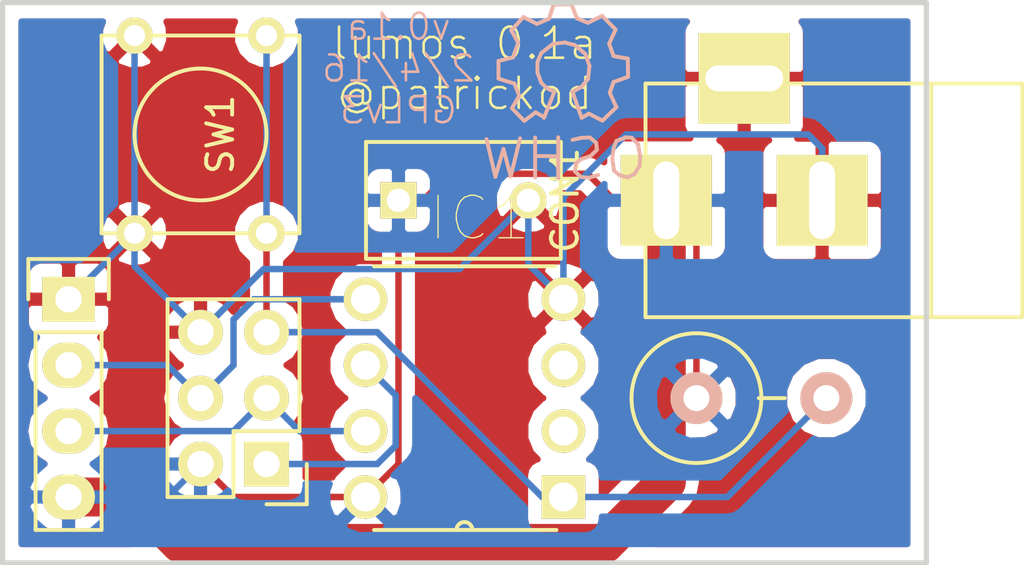
<source format=kicad_pcb>
(kicad_pcb (version 4) (host pcbnew 4.0.1-stable)

  (general
    (links 21)
    (no_connects 0)
    (area 134.893076 89.78348 175.368021 117.3018)
    (thickness 1.6002)
    (drawings 6)
    (tracks 58)
    (zones 0)
    (modules 8)
    (nets 9)
  )

  (page A4)
  (layers
    (0 Top signal)
    (31 Bottom signal)
    (34 B.Paste user)
    (35 F.Paste user)
    (36 B.SilkS user)
    (37 F.SilkS user)
    (38 B.Mask user)
    (39 F.Mask user)
    (44 Edge.Cuts user)
  )

  (setup
    (last_trace_width 0.1524)
    (user_trace_width 1.5)
    (trace_clearance 0.1524)
    (zone_clearance 0.508)
    (zone_45_only no)
    (trace_min 0.1524)
    (segment_width 0.2)
    (edge_width 0.2)
    (via_size 0.6858)
    (via_drill 0.3302)
    (via_min_size 0.6858)
    (via_min_drill 0.3302)
    (uvia_size 0.762)
    (uvia_drill 0.508)
    (uvias_allowed no)
    (uvia_min_size 0)
    (uvia_min_drill 0)
    (pcb_text_width 0.3)
    (pcb_text_size 1.5 1.5)
    (mod_edge_width 0.15)
    (mod_text_size 1 1)
    (mod_text_width 0.15)
    (pad_size 1.5 1.5)
    (pad_drill 0.6)
    (pad_to_mask_clearance 0)
    (aux_axis_origin 0 0)
    (visible_elements FFFFFF7F)
    (pcbplotparams
      (layerselection 0x010f0_80000001)
      (usegerberextensions true)
      (excludeedgelayer true)
      (linewidth 0.100000)
      (plotframeref false)
      (viasonmask false)
      (mode 1)
      (useauxorigin false)
      (hpglpennumber 1)
      (hpglpenspeed 20)
      (hpglpendiameter 15)
      (hpglpenoverlay 2)
      (psnegative false)
      (psa4output false)
      (plotreference true)
      (plotvalue true)
      (plotinvisibletext false)
      (padsonsilk false)
      (subtractmaskfromsilk false)
      (outputformat 1)
      (mirror false)
      (drillshape 0)
      (scaleselection 1)
      (outputdirectory ""))
  )

  (net 0 "")
  (net 1 +5V)
  (net 2 GND)
  (net 3 /RST)
  (net 4 /CLK1)
  (net 5 /CLK0)
  (net 6 /MOSI)
  (net 7 /MISO)
  (net 8 /SCK)

  (net_class Default "This is the default net class."
    (clearance 0.1524)
    (trace_width 0.1524)
    (via_dia 0.6858)
    (via_drill 0.3302)
    (uvia_dia 0.762)
    (uvia_drill 0.508)
    (add_net +5V)
    (add_net /CLK0)
    (add_net /CLK1)
    (add_net /MISO)
    (add_net /MOSI)
    (add_net /RST)
    (add_net /SCK)
    (add_net GND)
  )

  (module Capacitors_ThroughHole:C_Disc_D7.5_P5 (layer Top) (tedit 56B42419) (tstamp 56B4177E)
    (at 151.13 100.33)
    (descr "Capacitor 7.5mm Disc, Pitch 5mm")
    (tags Capacitor)
    (path /56AEEAD5)
    (fp_text reference C1 (at 2.5 -3.5) (layer F.SilkS) hide
      (effects (font (size 1 1) (thickness 0.15)))
    )
    (fp_text value 0.1uf (at 2.5 3.5) (layer F.Fab)
      (effects (font (size 1 1) (thickness 0.15)))
    )
    (fp_line (start -1.5 -2.5) (end 6.5 -2.5) (layer F.CrtYd) (width 0.05))
    (fp_line (start 6.5 -2.5) (end 6.5 2.5) (layer F.CrtYd) (width 0.05))
    (fp_line (start 6.5 2.5) (end -1.5 2.5) (layer F.CrtYd) (width 0.05))
    (fp_line (start -1.5 2.5) (end -1.5 -2.5) (layer F.CrtYd) (width 0.05))
    (fp_line (start -1.25 -2.25) (end 6.25 -2.25) (layer F.SilkS) (width 0.15))
    (fp_line (start 6.25 -2.25) (end 6.25 2.25) (layer F.SilkS) (width 0.15))
    (fp_line (start 6.25 2.25) (end -1.25 2.25) (layer F.SilkS) (width 0.15))
    (fp_line (start -1.25 2.25) (end -1.25 -2.25) (layer F.SilkS) (width 0.15))
    (pad 1 thru_hole rect (at 0 0) (size 1.4 1.4) (drill 0.9) (layers *.Cu *.Mask F.SilkS)
      (net 1 +5V))
    (pad 2 thru_hole circle (at 5 0) (size 1.4 1.4) (drill 0.9) (layers *.Cu *.Mask F.SilkS)
      (net 2 GND))
    (model Capacitors_ThroughHole.3dshapes/C_Disc_D7.5_P5.wrl
      (at (xyz 0.0984252 0 0))
      (scale (xyz 1 1 1))
      (rotate (xyz 0 0 0))
    )
  )

  (module MCU-ATTINY85-20PU_DIP8_:DIP254P762X533-8 (layer Top) (tedit 56B423D5) (tstamp 56B417B6)
    (at 149.86 104.14 180)
    (path /56AEE431)
    (solder_mask_margin 0.1)
    (fp_text reference IC1 (at -4.3942 3.1242 180) (layer F.SilkS)
      (effects (font (size 1.64 1.64) (thickness 0.05)))
    )
    (fp_text value ATTINY85-P (at -2.0574 -11.8364 180) (layer F.SilkS) hide
      (effects (font (size 1.64 1.64) (thickness 0.05)))
    )
    (fp_line (start -7.2898 1.27) (end -0.3302 1.27) (layer F.SilkS) (width 0.1524))
    (fp_line (start -0.3302 -8.89) (end -3.5052 -8.89) (layer F.SilkS) (width 0.1524))
    (fp_line (start -3.5052 -8.89) (end -4.1148 -8.89) (layer F.SilkS) (width 0.1524))
    (fp_line (start -4.1148 -8.89) (end -7.35 -8.89) (layer F.SilkS) (width 0.1524))
    (fp_arc (start -3.81 -8.89) (end -4.1148 -8.89) (angle -180) (layer F.SilkS) (width 0.1524))
    (fp_line (start -7.366 -7.0612) (end -7.366 -8.1788) (layer Dwgs.User) (width 0))
    (fp_line (start -7.366 -8.1788) (end -8.1788 -8.1788) (layer Dwgs.User) (width 0))
    (fp_line (start -8.1788 -8.1788) (end -8.1788 -7.0612) (layer Dwgs.User) (width 0))
    (fp_line (start -8.1788 -7.0612) (end -7.366 -7.0612) (layer Dwgs.User) (width 0))
    (fp_line (start -7.366 -4.5212) (end -7.366 -5.6388) (layer Dwgs.User) (width 0))
    (fp_line (start -7.366 -5.6388) (end -8.1788 -5.6388) (layer Dwgs.User) (width 0))
    (fp_line (start -8.1788 -5.6388) (end -8.1788 -4.5212) (layer Dwgs.User) (width 0))
    (fp_line (start -8.1788 -4.5212) (end -7.366 -4.5212) (layer Dwgs.User) (width 0))
    (fp_line (start -7.366 -1.9812) (end -7.366 -3.0988) (layer Dwgs.User) (width 0))
    (fp_line (start -7.366 -3.0988) (end -8.1788 -3.0988) (layer Dwgs.User) (width 0))
    (fp_line (start -8.1788 -3.0988) (end -8.1788 -1.9812) (layer Dwgs.User) (width 0))
    (fp_line (start -8.1788 -1.9812) (end -7.366 -1.9812) (layer Dwgs.User) (width 0))
    (fp_line (start -7.366 0.5588) (end -7.366 -0.5588) (layer Dwgs.User) (width 0))
    (fp_line (start -7.366 -0.5588) (end -8.1788 -0.5588) (layer Dwgs.User) (width 0))
    (fp_line (start -8.1788 -0.5588) (end -8.1788 0.5588) (layer Dwgs.User) (width 0))
    (fp_line (start -8.1788 0.5588) (end -7.366 0.5588) (layer Dwgs.User) (width 0))
    (fp_line (start -0.254 -0.5588) (end -0.254 0.5588) (layer Dwgs.User) (width 0))
    (fp_line (start -0.254 0.5588) (end 0.5588 0.5588) (layer Dwgs.User) (width 0))
    (fp_line (start 0.5588 0.5588) (end 0.5588 -0.5588) (layer Dwgs.User) (width 0))
    (fp_line (start 0.5588 -0.5588) (end -0.254 -0.5588) (layer Dwgs.User) (width 0))
    (fp_line (start -0.254 -3.0988) (end -0.254 -1.9812) (layer Dwgs.User) (width 0))
    (fp_line (start -0.254 -1.9812) (end 0.5588 -1.9812) (layer Dwgs.User) (width 0))
    (fp_line (start 0.5588 -1.9812) (end 0.5588 -3.0988) (layer Dwgs.User) (width 0))
    (fp_line (start 0.5588 -3.0988) (end -0.254 -3.0988) (layer Dwgs.User) (width 0))
    (fp_line (start -0.254 -5.6388) (end -0.254 -4.5212) (layer Dwgs.User) (width 0))
    (fp_line (start -0.254 -4.5212) (end 0.5588 -4.5212) (layer Dwgs.User) (width 0))
    (fp_line (start 0.5588 -4.5212) (end 0.5588 -5.6388) (layer Dwgs.User) (width 0))
    (fp_line (start 0.5588 -5.6388) (end -0.254 -5.6388) (layer Dwgs.User) (width 0))
    (fp_line (start -0.254 -8.1788) (end -0.254 -7.0612) (layer Dwgs.User) (width 0))
    (fp_line (start -0.254 -7.0612) (end 0.5588 -7.0612) (layer Dwgs.User) (width 0))
    (fp_line (start 0.5588 -7.0612) (end 0.5588 -8.1788) (layer Dwgs.User) (width 0))
    (fp_line (start 0.5588 -8.1788) (end -0.254 -8.1788) (layer Dwgs.User) (width 0))
    (fp_line (start -7.366 1.27) (end -0.254 1.27) (layer Dwgs.User) (width 0))
    (fp_line (start -0.254 1.27) (end -0.254 -8.89) (layer Dwgs.User) (width 0))
    (fp_line (start -0.254 -8.89) (end -3.5052 -8.89) (layer Dwgs.User) (width 0))
    (fp_line (start -3.5052 -8.89) (end -4.1148 -8.89) (layer Dwgs.User) (width 0))
    (fp_line (start -4.1148 -8.89) (end -7.366 -8.89) (layer Dwgs.User) (width 0))
    (fp_line (start -7.366 -8.89) (end -7.366 1.27) (layer Dwgs.User) (width 0))
    (fp_arc (start -3.81 -8.89) (end -4.1148 -8.89) (angle -180) (layer Dwgs.User) (width 0))
    (pad 1 thru_hole rect (at -7.62 -7.62 180) (size 1.6764 1.6764) (drill 1.1176) (layers *.Cu *.Mask F.SilkS)
      (net 3 /RST) (solder_mask_margin 0.2))
    (pad 2 thru_hole circle (at -7.62 -5.08 180) (size 1.6764 1.6764) (drill 1.1176) (layers *.Cu *.Mask F.SilkS)
      (net 4 /CLK1) (solder_mask_margin 0.2))
    (pad 3 thru_hole circle (at -7.62 -2.54 180) (size 1.6764 1.6764) (drill 1.1176) (layers *.Cu *.Mask F.SilkS)
      (net 5 /CLK0) (solder_mask_margin 0.2))
    (pad 4 thru_hole circle (at -7.62 0 180) (size 1.6764 1.6764) (drill 1.1176) (layers *.Cu *.Mask F.SilkS)
      (net 2 GND) (solder_mask_margin 0.2))
    (pad 5 thru_hole circle (at 0 0 180) (size 1.6764 1.6764) (drill 1.1176) (layers *.Cu *.Mask F.SilkS)
      (net 6 /MOSI) (solder_mask_margin 0.2))
    (pad 6 thru_hole circle (at 0 -2.54 180) (size 1.6764 1.6764) (drill 1.1176) (layers *.Cu *.Mask F.SilkS)
      (net 7 /MISO) (solder_mask_margin 0.2))
    (pad 7 thru_hole circle (at 0 -5.08 180) (size 1.6764 1.6764) (drill 1.1176) (layers *.Cu *.Mask F.SilkS)
      (net 8 /SCK) (solder_mask_margin 0.2))
    (pad 8 thru_hole circle (at 0 -7.62 180) (size 1.6764 1.6764) (drill 1.1176) (layers *.Cu *.Mask F.SilkS)
      (net 1 +5V) (solder_mask_margin 0.2))
  )

  (module Pin_Headers:Pin_Header_Straight_1x04 (layer Top) (tedit 56B42613) (tstamp 56B417BE)
    (at 138.43 104.14)
    (descr "Through hole pin header")
    (tags "pin header")
    (path /56AEE4DF)
    (fp_text reference P1 (at 0 -5.1) (layer F.SilkS) hide
      (effects (font (size 1 1) (thickness 0.15)))
    )
    (fp_text value LDP8806 (at 0 -3.1) (layer F.Fab) hide
      (effects (font (size 1 1) (thickness 0.15)))
    )
    (fp_line (start -1.75 -1.75) (end -1.75 9.4) (layer F.CrtYd) (width 0.05))
    (fp_line (start 1.75 -1.75) (end 1.75 9.4) (layer F.CrtYd) (width 0.05))
    (fp_line (start -1.75 -1.75) (end 1.75 -1.75) (layer F.CrtYd) (width 0.05))
    (fp_line (start -1.75 9.4) (end 1.75 9.4) (layer F.CrtYd) (width 0.05))
    (fp_line (start -1.27 1.27) (end -1.27 8.89) (layer F.SilkS) (width 0.15))
    (fp_line (start 1.27 1.27) (end 1.27 8.89) (layer F.SilkS) (width 0.15))
    (fp_line (start 1.55 -1.55) (end 1.55 0) (layer F.SilkS) (width 0.15))
    (fp_line (start -1.27 8.89) (end 1.27 8.89) (layer F.SilkS) (width 0.15))
    (fp_line (start 1.27 1.27) (end -1.27 1.27) (layer F.SilkS) (width 0.15))
    (fp_line (start -1.55 0) (end -1.55 -1.55) (layer F.SilkS) (width 0.15))
    (fp_line (start -1.55 -1.55) (end 1.55 -1.55) (layer F.SilkS) (width 0.15))
    (pad 1 thru_hole rect (at 0 0) (size 2.032 1.7272) (drill 1.016) (layers *.Cu *.Mask F.SilkS)
      (net 2 GND))
    (pad 2 thru_hole oval (at 0 2.54) (size 2.032 1.7272) (drill 1.016) (layers *.Cu *.Mask F.SilkS)
      (net 6 /MOSI))
    (pad 3 thru_hole oval (at 0 5.08) (size 2.032 1.7272) (drill 1.016) (layers *.Cu *.Mask F.SilkS)
      (net 8 /SCK))
    (pad 4 thru_hole oval (at 0 7.62) (size 2.032 1.7272) (drill 1.016) (layers *.Cu *.Mask F.SilkS)
      (net 1 +5V))
    (model Pin_Headers.3dshapes/Pin_Header_Straight_1x04.wrl
      (at (xyz 0 -0.15 0))
      (scale (xyz 1 1 1))
      (rotate (xyz 0 0 90))
    )
  )

  (module Pin_Headers:Pin_Header_Straight_2x03 (layer Top) (tedit 56B4386F) (tstamp 56B417C8)
    (at 146.05 110.49 180)
    (descr "Through hole pin header")
    (tags "pin header")
    (path /56AEE496)
    (fp_text reference P2 (at 0 -5.1 180) (layer F.SilkS) hide
      (effects (font (size 1 1) (thickness 0.15)))
    )
    (fp_text value SPI (at 0 -3.1 180) (layer F.Fab) hide
      (effects (font (size 1 1) (thickness 0.15)))
    )
    (fp_line (start -1.27 1.27) (end -1.27 6.35) (layer F.SilkS) (width 0.15))
    (fp_line (start -1.55 -1.55) (end 0 -1.55) (layer F.SilkS) (width 0.15))
    (fp_line (start -1.75 -1.75) (end -1.75 6.85) (layer F.CrtYd) (width 0.05))
    (fp_line (start 4.3 -1.75) (end 4.3 6.85) (layer F.CrtYd) (width 0.05))
    (fp_line (start -1.75 -1.75) (end 4.3 -1.75) (layer F.CrtYd) (width 0.05))
    (fp_line (start -1.75 6.85) (end 4.3 6.85) (layer F.CrtYd) (width 0.05))
    (fp_line (start 1.27 -1.27) (end 1.27 1.27) (layer F.SilkS) (width 0.15))
    (fp_line (start 1.27 1.27) (end -1.27 1.27) (layer F.SilkS) (width 0.15))
    (fp_line (start -1.27 6.35) (end 3.81 6.35) (layer F.SilkS) (width 0.15))
    (fp_line (start 3.81 6.35) (end 3.81 1.27) (layer F.SilkS) (width 0.15))
    (fp_line (start -1.55 -1.55) (end -1.55 0) (layer F.SilkS) (width 0.15))
    (fp_line (start 3.81 -1.27) (end 1.27 -1.27) (layer F.SilkS) (width 0.15))
    (fp_line (start 3.81 1.27) (end 3.81 -1.27) (layer F.SilkS) (width 0.15))
    (pad 1 thru_hole rect (at 0 0 180) (size 1.7272 1.7272) (drill 1.016) (layers *.Cu *.Mask F.SilkS)
      (net 7 /MISO))
    (pad 2 thru_hole oval (at 2.54 0 180) (size 1.7272 1.7272) (drill 1.016) (layers *.Cu *.Mask F.SilkS)
      (net 1 +5V))
    (pad 3 thru_hole oval (at 0 2.54 180) (size 1.7272 1.7272) (drill 1.016) (layers *.Cu *.Mask F.SilkS)
      (net 8 /SCK))
    (pad 4 thru_hole oval (at 2.54 2.54 180) (size 1.7272 1.7272) (drill 1.016) (layers *.Cu *.Mask F.SilkS)
      (net 6 /MOSI))
    (pad 5 thru_hole oval (at 0 5.08 180) (size 1.7272 1.7272) (drill 1.016) (layers *.Cu *.Mask F.SilkS)
      (net 3 /RST))
    (pad 6 thru_hole oval (at 2.54 5.08 180) (size 1.7272 1.7272) (drill 1.016) (layers *.Cu *.Mask F.SilkS)
      (net 2 GND))
    (model Pin_Headers.3dshapes/Pin_Header_Straight_2x03.wrl
      (at (xyz 0.05 -0.1 0))
      (scale (xyz 1 1 1))
      (rotate (xyz 0 0 90))
    )
  )

  (module Resistors_ThroughHole:Resistor_Vertical_RM5mm (layer Top) (tedit 56B4260E) (tstamp 56B417CE)
    (at 165.1 107.95)
    (descr "Resistor, Vertical, RM 5mm, 1/3W,")
    (tags "Resistor, Vertical, RM 5mm, 1/3W,")
    (path /56AEEF7F)
    (fp_text reference R1 (at 2.70002 -3.29946) (layer F.SilkS) hide
      (effects (font (size 1 1) (thickness 0.15)))
    )
    (fp_text value 10k (at 0 4.50088) (layer F.Fab)
      (effects (font (size 1 1) (thickness 0.15)))
    )
    (fp_line (start -0.09906 0) (end 0.9017 0) (layer F.SilkS) (width 0.15))
    (fp_circle (center -2.49936 0) (end 0 0) (layer F.SilkS) (width 0.15))
    (pad 1 thru_hole circle (at -2.49936 0) (size 1.99898 1.99898) (drill 1.00076) (layers *.Cu *.SilkS *.Mask)
      (net 1 +5V))
    (pad 2 thru_hole circle (at 2.5019 0) (size 1.99898 1.99898) (drill 1.00076) (layers *.Cu *.SilkS *.Mask)
      (net 3 /RST))
  )

  (module Buttons_Switches_ThroughHole:SW_PUSH_SMALL (layer Top) (tedit 0) (tstamp 56B417D6)
    (at 143.51 97.79 270)
    (path /56AEEEF1)
    (fp_text reference SW1 (at 0 -0.762 270) (layer F.SilkS)
      (effects (font (size 1 1) (thickness 0.15)))
    )
    (fp_text value SW_PUSH (at 0 1.016 450) (layer F.Fab)
      (effects (font (size 1 1) (thickness 0.15)))
    )
    (fp_circle (center 0 0) (end 0 -2.54) (layer F.SilkS) (width 0.15))
    (fp_line (start -3.81 -3.81) (end 3.81 -3.81) (layer F.SilkS) (width 0.15))
    (fp_line (start 3.81 -3.81) (end 3.81 3.81) (layer F.SilkS) (width 0.15))
    (fp_line (start 3.81 3.81) (end -3.81 3.81) (layer F.SilkS) (width 0.15))
    (fp_line (start -3.81 -3.81) (end -3.81 3.81) (layer F.SilkS) (width 0.15))
    (pad 1 thru_hole circle (at 3.81 -2.54 270) (size 1.397 1.397) (drill 0.8128) (layers *.Cu *.Mask F.SilkS)
      (net 3 /RST))
    (pad 2 thru_hole circle (at 3.81 2.54 270) (size 1.397 1.397) (drill 0.8128) (layers *.Cu *.Mask F.SilkS)
      (net 2 GND))
    (pad 1 thru_hole circle (at -3.81 -2.54 270) (size 1.397 1.397) (drill 0.8128) (layers *.Cu *.Mask F.SilkS)
      (net 3 /RST))
    (pad 2 thru_hole circle (at -3.81 2.54 270) (size 1.397 1.397) (drill 0.8128) (layers *.Cu *.Mask F.SilkS)
      (net 2 GND))
  )

  (module Connect:BARREL_JACK (layer Top) (tedit 56B42630) (tstamp 56B41EF1)
    (at 167.64 100.33 180)
    (descr "DC Barrel Jack")
    (tags "Power Jack")
    (path /56B423CF)
    (fp_text reference CON1 (at 10.09904 0 270) (layer F.SilkS)
      (effects (font (size 1 1) (thickness 0.15)))
    )
    (fp_text value BARREL_JACK (at 0 -5.99948 180) (layer F.Fab) hide
      (effects (font (size 1 1) (thickness 0.15)))
    )
    (fp_line (start -4.0005 -4.50088) (end -4.0005 4.50088) (layer F.SilkS) (width 0.15))
    (fp_line (start -7.50062 -4.50088) (end -7.50062 4.50088) (layer F.SilkS) (width 0.15))
    (fp_line (start -7.50062 4.50088) (end 7.00024 4.50088) (layer F.SilkS) (width 0.15))
    (fp_line (start 7.00024 4.50088) (end 7.00024 -4.50088) (layer F.SilkS) (width 0.15))
    (fp_line (start 7.00024 -4.50088) (end -7.50062 -4.50088) (layer F.SilkS) (width 0.15))
    (pad 1 thru_hole rect (at 6.20014 0 180) (size 3.50012 3.50012) (drill oval 1.00076 2.99974) (layers *.Cu *.Mask F.SilkS)
      (net 1 +5V))
    (pad 2 thru_hole rect (at 0.20066 0 180) (size 3.50012 3.50012) (drill oval 1.00076 2.99974) (layers *.Cu *.Mask F.SilkS)
      (net 2 GND))
    (pad 3 thru_hole rect (at 3.2004 4.699 180) (size 3.50012 3.50012) (drill oval 2.99974 1.00076) (layers *.Cu *.Mask F.SilkS)
      (net 2 GND))
  )

  (module Symbols:Symbol_OSHW-Logo_SilkScreen locked (layer Bottom) (tedit 56B441E8) (tstamp 56B44236)
    (at 157.48 95.25 180)
    (descr "Symbol, OSHW-Logo, Silk Screen,")
    (tags "Symbol, OSHW-Logo, Silk Screen,")
    (fp_text reference REF** (at 0.09906 4.38912 180) (layer B.SilkS) hide
      (effects (font (size 1 1) (thickness 0.15)) (justify mirror))
    )
    (fp_text value Symbol_OSHW-Logo_SilkScreen (at 0.30988 -6.56082 180) (layer B.Fab)
      (effects (font (size 1 1) (thickness 0.15)) (justify mirror))
    )
    (fp_line (start 1.66878 -2.68986) (end 2.02946 -4.16052) (layer B.SilkS) (width 0.15))
    (fp_line (start 2.02946 -4.16052) (end 2.30886 -3.0988) (layer B.SilkS) (width 0.15))
    (fp_line (start 2.30886 -3.0988) (end 2.61874 -4.17068) (layer B.SilkS) (width 0.15))
    (fp_line (start 2.61874 -4.17068) (end 2.9591 -2.72034) (layer B.SilkS) (width 0.15))
    (fp_line (start 0.24892 -3.38074) (end 1.03886 -3.37058) (layer B.SilkS) (width 0.15))
    (fp_line (start 1.03886 -3.37058) (end 1.04902 -3.38074) (layer B.SilkS) (width 0.15))
    (fp_line (start 1.04902 -3.38074) (end 1.04902 -3.37058) (layer B.SilkS) (width 0.15))
    (fp_line (start 1.08966 -2.65938) (end 1.08966 -4.20116) (layer B.SilkS) (width 0.15))
    (fp_line (start 0.20066 -2.64922) (end 0.20066 -4.21894) (layer B.SilkS) (width 0.15))
    (fp_line (start 0.20066 -4.21894) (end 0.21082 -4.20878) (layer B.SilkS) (width 0.15))
    (fp_line (start -0.35052 -2.75082) (end -0.70104 -2.66954) (layer B.SilkS) (width 0.15))
    (fp_line (start -0.70104 -2.66954) (end -1.02108 -2.65938) (layer B.SilkS) (width 0.15))
    (fp_line (start -1.02108 -2.65938) (end -1.25984 -2.86004) (layer B.SilkS) (width 0.15))
    (fp_line (start -1.25984 -2.86004) (end -1.29032 -3.12928) (layer B.SilkS) (width 0.15))
    (fp_line (start -1.29032 -3.12928) (end -1.04902 -3.37058) (layer B.SilkS) (width 0.15))
    (fp_line (start -1.04902 -3.37058) (end -0.6604 -3.50012) (layer B.SilkS) (width 0.15))
    (fp_line (start -0.6604 -3.50012) (end -0.48006 -3.66014) (layer B.SilkS) (width 0.15))
    (fp_line (start -0.48006 -3.66014) (end -0.43942 -3.95986) (layer B.SilkS) (width 0.15))
    (fp_line (start -0.43942 -3.95986) (end -0.67056 -4.18084) (layer B.SilkS) (width 0.15))
    (fp_line (start -0.67056 -4.18084) (end -0.9906 -4.20878) (layer B.SilkS) (width 0.15))
    (fp_line (start -0.9906 -4.20878) (end -1.34112 -4.09956) (layer B.SilkS) (width 0.15))
    (fp_line (start -2.37998 -2.64922) (end -2.6289 -2.66954) (layer B.SilkS) (width 0.15))
    (fp_line (start -2.6289 -2.66954) (end -2.8702 -2.91084) (layer B.SilkS) (width 0.15))
    (fp_line (start -2.8702 -2.91084) (end -2.9591 -3.40106) (layer B.SilkS) (width 0.15))
    (fp_line (start -2.9591 -3.40106) (end -2.93116 -3.74904) (layer B.SilkS) (width 0.15))
    (fp_line (start -2.93116 -3.74904) (end -2.7305 -4.06908) (layer B.SilkS) (width 0.15))
    (fp_line (start -2.7305 -4.06908) (end -2.47904 -4.191) (layer B.SilkS) (width 0.15))
    (fp_line (start -2.47904 -4.191) (end -2.16916 -4.11988) (layer B.SilkS) (width 0.15))
    (fp_line (start -2.16916 -4.11988) (end -1.95072 -3.93954) (layer B.SilkS) (width 0.15))
    (fp_line (start -1.95072 -3.93954) (end -1.8796 -3.4798) (layer B.SilkS) (width 0.15))
    (fp_line (start -1.8796 -3.4798) (end -1.9304 -3.07086) (layer B.SilkS) (width 0.15))
    (fp_line (start -1.9304 -3.07086) (end -2.03962 -2.78892) (layer B.SilkS) (width 0.15))
    (fp_line (start -2.03962 -2.78892) (end -2.4003 -2.65938) (layer B.SilkS) (width 0.15))
    (fp_line (start -1.78054 -0.92964) (end -2.03962 -1.49098) (layer B.SilkS) (width 0.15))
    (fp_line (start -2.03962 -1.49098) (end -1.50114 -2.00914) (layer B.SilkS) (width 0.15))
    (fp_line (start -1.50114 -2.00914) (end -0.98044 -1.7399) (layer B.SilkS) (width 0.15))
    (fp_line (start -0.98044 -1.7399) (end -0.70104 -1.89992) (layer B.SilkS) (width 0.15))
    (fp_line (start 0.73914 -1.8796) (end 1.06934 -1.6891) (layer B.SilkS) (width 0.15))
    (fp_line (start 1.06934 -1.6891) (end 1.50876 -2.0193) (layer B.SilkS) (width 0.15))
    (fp_line (start 1.50876 -2.0193) (end 1.9812 -1.52908) (layer B.SilkS) (width 0.15))
    (fp_line (start 1.9812 -1.52908) (end 1.69926 -1.04902) (layer B.SilkS) (width 0.15))
    (fp_line (start 1.69926 -1.04902) (end 1.88976 -0.57912) (layer B.SilkS) (width 0.15))
    (fp_line (start 1.88976 -0.57912) (end 2.49936 -0.39116) (layer B.SilkS) (width 0.15))
    (fp_line (start 2.49936 -0.39116) (end 2.49936 0.28956) (layer B.SilkS) (width 0.15))
    (fp_line (start 2.49936 0.28956) (end 1.94056 0.42926) (layer B.SilkS) (width 0.15))
    (fp_line (start 1.94056 0.42926) (end 1.7399 1.00076) (layer B.SilkS) (width 0.15))
    (fp_line (start 1.7399 1.00076) (end 2.00914 1.47066) (layer B.SilkS) (width 0.15))
    (fp_line (start 2.00914 1.47066) (end 1.53924 1.9812) (layer B.SilkS) (width 0.15))
    (fp_line (start 1.53924 1.9812) (end 1.02108 1.71958) (layer B.SilkS) (width 0.15))
    (fp_line (start 1.02108 1.71958) (end 0.55118 1.92024) (layer B.SilkS) (width 0.15))
    (fp_line (start 0.55118 1.92024) (end 0.381 2.46126) (layer B.SilkS) (width 0.15))
    (fp_line (start 0.381 2.46126) (end -0.30988 2.47904) (layer B.SilkS) (width 0.15))
    (fp_line (start -0.30988 2.47904) (end -0.5207 1.9304) (layer B.SilkS) (width 0.15))
    (fp_line (start -0.5207 1.9304) (end -0.9398 1.76022) (layer B.SilkS) (width 0.15))
    (fp_line (start -0.9398 1.76022) (end -1.49098 2.02946) (layer B.SilkS) (width 0.15))
    (fp_line (start -1.49098 2.02946) (end -2.00914 1.50114) (layer B.SilkS) (width 0.15))
    (fp_line (start -2.00914 1.50114) (end -1.76022 0.96012) (layer B.SilkS) (width 0.15))
    (fp_line (start -1.76022 0.96012) (end -1.9304 0.48006) (layer B.SilkS) (width 0.15))
    (fp_line (start -1.9304 0.48006) (end -2.47904 0.381) (layer B.SilkS) (width 0.15))
    (fp_line (start -2.47904 0.381) (end -2.4892 -0.32004) (layer B.SilkS) (width 0.15))
    (fp_line (start -2.4892 -0.32004) (end -1.9304 -0.5207) (layer B.SilkS) (width 0.15))
    (fp_line (start -1.9304 -0.5207) (end -1.7907 -0.91948) (layer B.SilkS) (width 0.15))
    (fp_line (start 0.35052 -0.89916) (end 0.65024 -0.7493) (layer B.SilkS) (width 0.15))
    (fp_line (start 0.65024 -0.7493) (end 0.8509 -0.55118) (layer B.SilkS) (width 0.15))
    (fp_line (start 0.8509 -0.55118) (end 1.00076 -0.14986) (layer B.SilkS) (width 0.15))
    (fp_line (start 1.00076 -0.14986) (end 1.00076 0.24892) (layer B.SilkS) (width 0.15))
    (fp_line (start 1.00076 0.24892) (end 0.8509 0.59944) (layer B.SilkS) (width 0.15))
    (fp_line (start 0.8509 0.59944) (end 0.39878 0.94996) (layer B.SilkS) (width 0.15))
    (fp_line (start 0.39878 0.94996) (end -0.0508 1.00076) (layer B.SilkS) (width 0.15))
    (fp_line (start -0.0508 1.00076) (end -0.44958 0.89916) (layer B.SilkS) (width 0.15))
    (fp_line (start -0.44958 0.89916) (end -0.8509 0.55118) (layer B.SilkS) (width 0.15))
    (fp_line (start -0.8509 0.55118) (end -1.00076 0.09906) (layer B.SilkS) (width 0.15))
    (fp_line (start -1.00076 0.09906) (end -0.94996 -0.39878) (layer B.SilkS) (width 0.15))
    (fp_line (start -0.94996 -0.39878) (end -0.70104 -0.70104) (layer B.SilkS) (width 0.15))
    (fp_line (start -0.70104 -0.70104) (end -0.35052 -0.89916) (layer B.SilkS) (width 0.15))
    (fp_line (start -0.35052 -0.89916) (end -0.70104 -1.89992) (layer B.SilkS) (width 0.15))
    (fp_line (start 0.35052 -0.89916) (end 0.7493 -1.89992) (layer B.SilkS) (width 0.15))
  )

  (gr_text "v0.1a\n2/4/16\nGPLv3" (at 151.13 95.25) (layer B.SilkS)
    (effects (font (size 1 1) (thickness 0.1)) (justify mirror))
  )
  (gr_text "lumos 0.1a\n@patrickod" (at 153.67 95.25) (layer F.SilkS)
    (effects (font (size 1.2 1.2) (thickness 0.1)))
  )
  (gr_line (start 135.89 92.71) (end 135.89 114.3) (angle 90) (layer Edge.Cuts) (width 0.2))
  (gr_line (start 171.45 92.71) (end 135.89 92.71) (angle 90) (layer Edge.Cuts) (width 0.2))
  (gr_line (start 171.45 114.3) (end 171.45 92.71) (angle 90) (layer Edge.Cuts) (width 0.2))
  (gr_line (start 135.89 114.3) (end 171.45 114.3) (angle 90) (layer Edge.Cuts) (width 0.2))

  (segment (start 162.60064 107.95) (end 162.60064 101.49078) (width 0.25) (layer Top) (net 1))
  (segment (start 162.60064 101.49078) (end 161.43986 100.33) (width 0.25) (layer Top) (net 1))
  (segment (start 138.43 111.76) (end 140.946 111.76) (width 1.5) (layer Top) (net 1))
  (segment (start 140.946 111.76) (end 142.734201 113.548201) (width 1.5) (layer Top) (net 1))
  (segment (start 142.734201 113.548201) (end 159.078201 113.548201) (width 1.5) (layer Top) (net 1))
  (segment (start 159.078201 113.548201) (end 161.43986 111.186542) (width 1.5) (layer Top) (net 1))
  (segment (start 161.43986 111.186542) (end 161.43986 103.58006) (width 1.5) (layer Top) (net 1))
  (segment (start 161.43986 103.58006) (end 161.43986 100.33) (width 1.5) (layer Top) (net 1))
  (segment (start 161.43986 100.33) (end 159.4398 100.33) (width 0.25) (layer Top) (net 1))
  (segment (start 159.4398 100.33) (end 158.414799 99.304999) (width 0.25) (layer Top) (net 1))
  (segment (start 158.414799 99.304999) (end 153.105001 99.304999) (width 0.25) (layer Top) (net 1))
  (segment (start 153.105001 99.304999) (end 152.08 100.33) (width 0.25) (layer Top) (net 1))
  (segment (start 152.08 100.33) (end 151.13 100.33) (width 0.25) (layer Top) (net 1))
  (segment (start 161.29 100.47986) (end 161.43986 100.33) (width 0.25) (layer Top) (net 1))
  (segment (start 149.86 111.76) (end 144.78 111.76) (width 0.25) (layer Top) (net 1))
  (segment (start 144.78 111.76) (end 143.51 110.49) (width 0.25) (layer Top) (net 1))
  (segment (start 149.86 111.76) (end 151.13 110.49) (width 0.25) (layer Top) (net 1))
  (segment (start 151.13 110.49) (end 151.13 100.33) (width 0.25) (layer Top) (net 1))
  (segment (start 138.43 111.76) (end 142.24 111.76) (width 0.25) (layer Bottom) (net 1))
  (segment (start 142.24 111.76) (end 143.51 110.49) (width 0.25) (layer Bottom) (net 1))
  (segment (start 157.48 104.14) (end 157.48 100.204738) (width 0.25) (layer Bottom) (net 2))
  (segment (start 157.48 100.204738) (end 159.894738 97.79) (width 0.25) (layer Bottom) (net 2))
  (segment (start 159.894738 97.79) (end 166.8994 97.79) (width 0.25) (layer Bottom) (net 2))
  (segment (start 166.8994 97.79) (end 167.43934 98.32994) (width 0.25) (layer Bottom) (net 2))
  (segment (start 167.43934 98.32994) (end 167.43934 100.33) (width 0.25) (layer Bottom) (net 2))
  (segment (start 156.13 100.33) (end 156.13 102.79) (width 0.25) (layer Bottom) (net 2))
  (segment (start 156.13 102.79) (end 157.48 104.14) (width 0.25) (layer Bottom) (net 2))
  (segment (start 143.51 105.41) (end 145.943201 102.976799) (width 0.25) (layer Bottom) (net 2))
  (segment (start 145.943201 102.976799) (end 153.483201 102.976799) (width 0.25) (layer Bottom) (net 2))
  (segment (start 153.483201 102.976799) (end 155.430001 101.029999) (width 0.25) (layer Bottom) (net 2))
  (segment (start 155.430001 101.029999) (end 156.13 100.33) (width 0.25) (layer Bottom) (net 2))
  (segment (start 140.97 101.6) (end 140.97 102.87) (width 0.25) (layer Bottom) (net 2))
  (segment (start 140.97 102.87) (end 143.51 105.41) (width 0.25) (layer Bottom) (net 2))
  (segment (start 140.97 101.6) (end 140.97 93.98) (width 0.25) (layer Bottom) (net 2))
  (segment (start 138.43 104.14) (end 140.97 101.6) (width 0.25) (layer Bottom) (net 2))
  (segment (start 167.6019 107.95) (end 163.7919 111.76) (width 0.25) (layer Bottom) (net 3))
  (segment (start 163.7919 111.76) (end 157.48 111.76) (width 0.25) (layer Bottom) (net 3))
  (segment (start 146.05 101.6) (end 146.05 105.41) (width 0.25) (layer Top) (net 3))
  (segment (start 146.05 93.98) (end 146.05 101.6) (width 0.25) (layer Bottom) (net 3))
  (segment (start 146.05 105.41) (end 150.311538 105.41) (width 0.25) (layer Bottom) (net 3))
  (segment (start 156.661538 111.76) (end 157.48 111.76) (width 0.25) (layer Bottom) (net 3))
  (segment (start 150.311538 105.41) (end 156.661538 111.76) (width 0.25) (layer Bottom) (net 3))
  (segment (start 143.51 107.95) (end 144.78 106.68) (width 0.25) (layer Bottom) (net 6))
  (segment (start 144.78 106.68) (end 144.78 104.92087) (width 0.25) (layer Bottom) (net 6))
  (segment (start 145.56087 104.14) (end 148.674607 104.14) (width 0.25) (layer Bottom) (net 6))
  (segment (start 144.78 104.92087) (end 145.56087 104.14) (width 0.25) (layer Bottom) (net 6))
  (segment (start 148.674607 104.14) (end 149.86 104.14) (width 0.25) (layer Bottom) (net 6))
  (segment (start 138.43 106.68) (end 142.24 106.68) (width 0.25) (layer Bottom) (net 6))
  (segment (start 142.24 106.68) (end 143.51 107.95) (width 0.25) (layer Bottom) (net 6))
  (segment (start 146.05 110.49) (end 150.311538 110.49) (width 0.25) (layer Bottom) (net 7))
  (segment (start 150.311538 110.49) (end 151.023201 109.778337) (width 0.25) (layer Bottom) (net 7))
  (segment (start 151.023201 109.778337) (end 151.023201 107.843201) (width 0.25) (layer Bottom) (net 7))
  (segment (start 151.023201 107.843201) (end 150.698199 107.518199) (width 0.25) (layer Bottom) (net 7))
  (segment (start 150.698199 107.518199) (end 149.86 106.68) (width 0.25) (layer Bottom) (net 7))
  (segment (start 149.86 109.22) (end 147.32 109.22) (width 0.25) (layer Bottom) (net 8))
  (segment (start 147.32 109.22) (end 146.05 107.95) (width 0.25) (layer Bottom) (net 8))
  (segment (start 138.43 109.22) (end 144.78 109.22) (width 0.25) (layer Bottom) (net 8))
  (segment (start 144.78 109.22) (end 146.05 107.95) (width 0.25) (layer Bottom) (net 8))

  (zone (net 2) (net_name GND) (layer Top) (tstamp 0) (hatch edge 0.508)
    (connect_pads (clearance 0.508))
    (min_thickness 0.254)
    (fill yes (arc_segments 16) (thermal_gap 0.508) (thermal_bridge_width 0.508))
    (polygon
      (pts
        (xy 135.89 92.71) (xy 171.45 92.71) (xy 171.45 114.3) (xy 135.89 114.3)
      )
    )
    (filled_polygon
      (pts
        (xy 139.624073 93.78748) (xy 139.652852 94.317199) (xy 139.8002 94.672929) (xy 140.035812 94.734583) (xy 140.790395 93.98)
        (xy 140.776253 93.965858) (xy 140.955858 93.786253) (xy 140.97 93.800395) (xy 140.984143 93.786253) (xy 141.163748 93.965858)
        (xy 141.149605 93.98) (xy 141.904188 94.734583) (xy 142.1398 94.672929) (xy 142.315927 94.17252) (xy 142.287148 93.642801)
        (xy 142.205216 93.445) (xy 144.828259 93.445) (xy 144.716732 93.713587) (xy 144.716269 94.244086) (xy 144.918854 94.73438)
        (xy 145.293647 95.109827) (xy 145.783587 95.313268) (xy 146.314086 95.313731) (xy 146.80438 95.111146) (xy 147.179827 94.736353)
        (xy 147.383268 94.246413) (xy 147.383731 93.715914) (xy 147.271792 93.445) (xy 162.227454 93.445) (xy 162.151213 93.521241)
        (xy 162.05454 93.75463) (xy 162.05454 95.34525) (xy 162.21329 95.504) (xy 164.3126 95.504) (xy 164.3126 95.484)
        (xy 164.5666 95.484) (xy 164.5666 95.504) (xy 166.66591 95.504) (xy 166.82466 95.34525) (xy 166.82466 93.75463)
        (xy 166.727987 93.521241) (xy 166.651746 93.445) (xy 170.715 93.445) (xy 170.715 113.565) (xy 161.020088 113.565)
        (xy 162.419203 112.165885) (xy 162.537661 111.9886) (xy 162.719433 111.716559) (xy 162.82486 111.186542) (xy 162.82486 109.584687)
        (xy 162.924334 109.584774) (xy 163.525295 109.336462) (xy 163.985486 108.877073) (xy 164.234846 108.276547) (xy 164.234848 108.273694)
        (xy 165.967126 108.273694) (xy 166.215438 108.874655) (xy 166.674827 109.334846) (xy 167.275353 109.584206) (xy 167.925594 109.584774)
        (xy 168.526555 109.336462) (xy 168.986746 108.877073) (xy 169.236106 108.276547) (xy 169.236674 107.626306) (xy 168.988362 107.025345)
        (xy 168.528973 106.565154) (xy 167.928447 106.315794) (xy 167.278206 106.315226) (xy 166.677245 106.563538) (xy 166.217054 107.022927)
        (xy 165.967694 107.623453) (xy 165.967126 108.273694) (xy 164.234848 108.273694) (xy 164.235414 107.626306) (xy 163.987102 107.025345)
        (xy 163.527713 106.565154) (xy 163.36064 106.495779) (xy 163.36064 102.695377) (xy 163.425237 102.683222) (xy 163.641361 102.54415)
        (xy 163.786351 102.33195) (xy 163.83736 102.08006) (xy 163.83736 100.61575) (xy 165.05428 100.61575) (xy 165.05428 102.20637)
        (xy 165.150953 102.439759) (xy 165.329582 102.618387) (xy 165.562971 102.71506) (xy 167.15359 102.71506) (xy 167.31234 102.55631)
        (xy 167.31234 100.457) (xy 167.56634 100.457) (xy 167.56634 102.55631) (xy 167.72509 102.71506) (xy 169.315709 102.71506)
        (xy 169.549098 102.618387) (xy 169.727727 102.439759) (xy 169.8244 102.20637) (xy 169.8244 100.61575) (xy 169.66565 100.457)
        (xy 167.56634 100.457) (xy 167.31234 100.457) (xy 165.21303 100.457) (xy 165.05428 100.61575) (xy 163.83736 100.61575)
        (xy 163.83736 98.57994) (xy 163.793082 98.344623) (xy 163.65401 98.128499) (xy 163.48945 98.01606) (xy 164.15385 98.01606)
        (xy 164.3126 97.85731) (xy 164.3126 95.758) (xy 164.5666 95.758) (xy 164.5666 97.85731) (xy 164.72535 98.01606)
        (xy 165.391272 98.01606) (xy 165.329582 98.041613) (xy 165.150953 98.220241) (xy 165.05428 98.45363) (xy 165.05428 100.04425)
        (xy 165.21303 100.203) (xy 167.31234 100.203) (xy 167.31234 98.10369) (xy 167.56634 98.10369) (xy 167.56634 100.203)
        (xy 169.66565 100.203) (xy 169.8244 100.04425) (xy 169.8244 98.45363) (xy 169.727727 98.220241) (xy 169.549098 98.041613)
        (xy 169.315709 97.94494) (xy 167.72509 97.94494) (xy 167.56634 98.10369) (xy 167.31234 98.10369) (xy 167.15359 97.94494)
        (xy 166.487668 97.94494) (xy 166.549358 97.919387) (xy 166.727987 97.740759) (xy 166.82466 97.50737) (xy 166.82466 95.91675)
        (xy 166.66591 95.758) (xy 164.5666 95.758) (xy 164.3126 95.758) (xy 162.21329 95.758) (xy 162.05454 95.91675)
        (xy 162.05454 97.50737) (xy 162.151213 97.740759) (xy 162.329842 97.919387) (xy 162.3615 97.9325) (xy 159.6898 97.9325)
        (xy 159.454483 97.976778) (xy 159.238359 98.11585) (xy 159.093369 98.32805) (xy 159.04236 98.57994) (xy 159.04236 98.857758)
        (xy 158.9522 98.767598) (xy 158.705638 98.602851) (xy 158.414799 98.544999) (xy 153.105001 98.544999) (xy 152.814161 98.602851)
        (xy 152.5676 98.767598) (xy 152.212433 99.122765) (xy 152.08189 99.033569) (xy 151.83 98.98256) (xy 150.43 98.98256)
        (xy 150.194683 99.026838) (xy 149.978559 99.16591) (xy 149.833569 99.37811) (xy 149.78256 99.63) (xy 149.78256 101.03)
        (xy 149.826838 101.265317) (xy 149.96591 101.481441) (xy 150.17811 101.626431) (xy 150.37 101.66529) (xy 150.37 102.756613)
        (xy 150.154323 102.667056) (xy 149.568248 102.666545) (xy 149.026589 102.890353) (xy 148.61181 103.304409) (xy 148.387056 103.845677)
        (xy 148.386545 104.431752) (xy 148.610353 104.973411) (xy 149.024409 105.38819) (xy 149.076392 105.409775) (xy 149.026589 105.430353)
        (xy 148.61181 105.844409) (xy 148.387056 106.385677) (xy 148.386545 106.971752) (xy 148.610353 107.513411) (xy 149.024409 107.92819)
        (xy 149.076392 107.949775) (xy 149.026589 107.970353) (xy 148.61181 108.384409) (xy 148.387056 108.925677) (xy 148.386545 109.511752)
        (xy 148.610353 110.053411) (xy 149.024409 110.46819) (xy 149.076392 110.489775) (xy 149.026589 110.510353) (xy 148.61181 110.924409)
        (xy 148.580422 111) (xy 147.56104 111) (xy 147.56104 109.6264) (xy 147.516762 109.391083) (xy 147.37769 109.174959)
        (xy 147.16549 109.029969) (xy 147.121869 109.021136) (xy 147.139029 109.00967) (xy 147.463885 108.523489) (xy 147.577959 107.95)
        (xy 147.463885 107.376511) (xy 147.139029 106.89033) (xy 146.824248 106.68) (xy 147.139029 106.46967) (xy 147.463885 105.983489)
        (xy 147.577959 105.41) (xy 147.463885 104.836511) (xy 147.139029 104.35033) (xy 146.81 104.13048) (xy 146.81 102.725536)
        (xy 147.179827 102.356353) (xy 147.383268 101.866413) (xy 147.383731 101.335914) (xy 147.181146 100.84562) (xy 146.806353 100.470173)
        (xy 146.316413 100.266732) (xy 145.785914 100.266269) (xy 145.29562 100.468854) (xy 144.920173 100.843647) (xy 144.716732 101.333587)
        (xy 144.716269 101.864086) (xy 144.918854 102.35438) (xy 145.29 102.726174) (xy 145.29 104.13048) (xy 144.960971 104.35033)
        (xy 144.780008 104.621161) (xy 144.39849 104.203179) (xy 143.869027 103.955032) (xy 143.637 104.075531) (xy 143.637 105.283)
        (xy 143.657 105.283) (xy 143.657 105.537) (xy 143.637 105.537) (xy 143.637 105.557) (xy 143.383 105.557)
        (xy 143.383 105.537) (xy 142.176183 105.537) (xy 142.055042 105.769026) (xy 142.227312 106.184947) (xy 142.62151 106.616821)
        (xy 142.744228 106.674336) (xy 142.420971 106.89033) (xy 142.096115 107.376511) (xy 141.982041 107.95) (xy 142.096115 108.523489)
        (xy 142.420971 109.00967) (xy 142.735752 109.22) (xy 142.420971 109.43033) (xy 142.096115 109.916511) (xy 141.982041 110.49)
        (xy 142.06829 110.923604) (xy 141.925343 110.780657) (xy 141.794071 110.692944) (xy 141.476017 110.480427) (xy 140.946 110.375)
        (xy 139.531744 110.375) (xy 139.674415 110.27967) (xy 139.999271 109.793489) (xy 140.113345 109.22) (xy 139.999271 108.646511)
        (xy 139.674415 108.16033) (xy 139.359634 107.95) (xy 139.674415 107.73967) (xy 139.999271 107.253489) (xy 140.113345 106.68)
        (xy 139.999271 106.106511) (xy 139.674415 105.62033) (xy 139.65222 105.6055) (xy 139.805698 105.541927) (xy 139.984327 105.363299)
        (xy 140.081 105.12991) (xy 140.081 105.050974) (xy 142.055042 105.050974) (xy 142.176183 105.283) (xy 143.383 105.283)
        (xy 143.383 104.075531) (xy 143.150973 103.955032) (xy 142.62151 104.203179) (xy 142.227312 104.635053) (xy 142.055042 105.050974)
        (xy 140.081 105.050974) (xy 140.081 104.42575) (xy 139.92225 104.267) (xy 138.557 104.267) (xy 138.557 104.287)
        (xy 138.303 104.287) (xy 138.303 104.267) (xy 136.93775 104.267) (xy 136.779 104.42575) (xy 136.779 105.12991)
        (xy 136.875673 105.363299) (xy 137.054302 105.541927) (xy 137.20778 105.6055) (xy 137.185585 105.62033) (xy 136.860729 106.106511)
        (xy 136.746655 106.68) (xy 136.860729 107.253489) (xy 137.185585 107.73967) (xy 137.500366 107.95) (xy 137.185585 108.16033)
        (xy 136.860729 108.646511) (xy 136.746655 109.22) (xy 136.860729 109.793489) (xy 137.185585 110.27967) (xy 137.500366 110.49)
        (xy 137.185585 110.70033) (xy 136.860729 111.186511) (xy 136.746655 111.76) (xy 136.860729 112.333489) (xy 137.185585 112.81967)
        (xy 137.671766 113.144526) (xy 138.245255 113.2586) (xy 138.614745 113.2586) (xy 139.185851 113.145) (xy 140.372314 113.145)
        (xy 140.792314 113.565) (xy 136.625 113.565) (xy 136.625 103.15009) (xy 136.779 103.15009) (xy 136.779 103.85425)
        (xy 136.93775 104.013) (xy 138.303 104.013) (xy 138.303 102.80015) (xy 138.557 102.80015) (xy 138.557 104.013)
        (xy 139.92225 104.013) (xy 140.081 103.85425) (xy 140.081 103.15009) (xy 139.984327 102.916701) (xy 139.805698 102.738073)
        (xy 139.572309 102.6414) (xy 138.71575 102.6414) (xy 138.557 102.80015) (xy 138.303 102.80015) (xy 138.14425 102.6414)
        (xy 137.287691 102.6414) (xy 137.054302 102.738073) (xy 136.875673 102.916701) (xy 136.779 103.15009) (xy 136.625 103.15009)
        (xy 136.625 102.534188) (xy 140.215417 102.534188) (xy 140.277071 102.7698) (xy 140.77748 102.945927) (xy 141.307199 102.917148)
        (xy 141.662929 102.7698) (xy 141.724583 102.534188) (xy 140.97 101.779605) (xy 140.215417 102.534188) (xy 136.625 102.534188)
        (xy 136.625 101.40748) (xy 139.624073 101.40748) (xy 139.652852 101.937199) (xy 139.8002 102.292929) (xy 140.035812 102.354583)
        (xy 140.790395 101.6) (xy 141.149605 101.6) (xy 141.904188 102.354583) (xy 142.1398 102.292929) (xy 142.315927 101.79252)
        (xy 142.287148 101.262801) (xy 142.1398 100.907071) (xy 141.904188 100.845417) (xy 141.149605 101.6) (xy 140.790395 101.6)
        (xy 140.035812 100.845417) (xy 139.8002 100.907071) (xy 139.624073 101.40748) (xy 136.625 101.40748) (xy 136.625 100.665812)
        (xy 140.215417 100.665812) (xy 140.97 101.420395) (xy 141.724583 100.665812) (xy 141.662929 100.4302) (xy 141.16252 100.254073)
        (xy 140.632801 100.282852) (xy 140.277071 100.4302) (xy 140.215417 100.665812) (xy 136.625 100.665812) (xy 136.625 94.914188)
        (xy 140.215417 94.914188) (xy 140.277071 95.1498) (xy 140.77748 95.325927) (xy 141.307199 95.297148) (xy 141.662929 95.1498)
        (xy 141.724583 94.914188) (xy 140.97 94.159605) (xy 140.215417 94.914188) (xy 136.625 94.914188) (xy 136.625 93.445)
        (xy 139.744614 93.445)
      )
    )
    (filled_polygon
      (pts
        (xy 154.782581 100.137122) (xy 154.811336 100.66744) (xy 154.958958 101.023831) (xy 155.194725 101.085669) (xy 155.950395 100.33)
        (xy 155.936253 100.315858) (xy 156.115858 100.136253) (xy 156.13 100.150395) (xy 156.144143 100.136253) (xy 156.323748 100.315858)
        (xy 156.309605 100.33) (xy 157.065275 101.085669) (xy 157.301042 101.023831) (xy 157.477419 100.522878) (xy 157.452592 100.064999)
        (xy 158.099997 100.064999) (xy 158.902399 100.867401) (xy 159.04236 100.96092) (xy 159.04236 102.08006) (xy 159.086638 102.315377)
        (xy 159.22571 102.531501) (xy 159.43791 102.676491) (xy 159.6898 102.7275) (xy 160.05486 102.7275) (xy 160.05486 110.612856)
        (xy 158.96564 111.702076) (xy 158.96564 110.9218) (xy 158.921362 110.686483) (xy 158.78229 110.470359) (xy 158.57009 110.325369)
        (xy 158.476855 110.306488) (xy 158.72819 110.055591) (xy 158.952944 109.514323) (xy 158.953455 108.928248) (xy 158.729647 108.386589)
        (xy 158.315591 107.97181) (xy 158.263608 107.950225) (xy 158.313411 107.929647) (xy 158.72819 107.515591) (xy 158.952944 106.974323)
        (xy 158.953455 106.388248) (xy 158.729647 105.846589) (xy 158.315591 105.43181) (xy 158.262005 105.409559) (xy 158.335808 105.175413)
        (xy 157.48 104.319605) (xy 156.624192 105.175413) (xy 156.697871 105.409164) (xy 156.646589 105.430353) (xy 156.23181 105.844409)
        (xy 156.007056 106.385677) (xy 156.006545 106.971752) (xy 156.230353 107.513411) (xy 156.644409 107.92819) (xy 156.696392 107.949775)
        (xy 156.646589 107.970353) (xy 156.23181 108.384409) (xy 156.007056 108.925677) (xy 156.006545 109.511752) (xy 156.230353 110.053411)
        (xy 156.481102 110.304598) (xy 156.406483 110.318638) (xy 156.190359 110.45771) (xy 156.045369 110.66991) (xy 155.99436 110.9218)
        (xy 155.99436 112.163201) (xy 151.287734 112.163201) (xy 151.332944 112.054323) (xy 151.333455 111.468248) (xy 151.302199 111.392603)
        (xy 151.667401 111.027401) (xy 151.832148 110.78084) (xy 151.89 110.49) (xy 151.89 103.914097) (xy 155.995023 103.914097)
        (xy 156.021611 104.499569) (xy 156.19451 104.916983) (xy 156.444587 104.995808) (xy 157.300395 104.14) (xy 157.659605 104.14)
        (xy 158.515413 104.995808) (xy 158.76549 104.916983) (xy 158.964977 104.365903) (xy 158.938389 103.780431) (xy 158.76549 103.363017)
        (xy 158.515413 103.284192) (xy 157.659605 104.14) (xy 157.300395 104.14) (xy 156.444587 103.284192) (xy 156.19451 103.363017)
        (xy 155.995023 103.914097) (xy 151.89 103.914097) (xy 151.89 103.104587) (xy 156.624192 103.104587) (xy 157.48 103.960395)
        (xy 158.335808 103.104587) (xy 158.256983 102.85451) (xy 157.705903 102.655023) (xy 157.120431 102.681611) (xy 156.703017 102.85451)
        (xy 156.624192 103.104587) (xy 151.89 103.104587) (xy 151.89 101.66615) (xy 152.065317 101.633162) (xy 152.281441 101.49409)
        (xy 152.426431 101.28189) (xy 152.429795 101.265275) (xy 155.374331 101.265275) (xy 155.436169 101.501042) (xy 155.937122 101.677419)
        (xy 156.46744 101.648664) (xy 156.823831 101.501042) (xy 156.885669 101.265275) (xy 156.13 100.509605) (xy 155.374331 101.265275)
        (xy 152.429795 101.265275) (xy 152.47744 101.03) (xy 152.47744 100.96092) (xy 152.617401 100.867401) (xy 153.419803 100.064999)
        (xy 154.807974 100.064999)
      )
    )
  )
  (zone (net 1) (net_name +5V) (layer Bottom) (tstamp 0) (hatch edge 0.508)
    (connect_pads (clearance 0.508))
    (min_thickness 0.254)
    (fill yes (arc_segments 16) (thermal_gap 0.508) (thermal_bridge_width 0.508))
    (polygon
      (pts
        (xy 135.89 92.71) (xy 171.45 92.71) (xy 171.45 114.3) (xy 135.89 114.3) (xy 135.89 114.3)
      )
    )
    (filled_polygon
      (pts
        (xy 139.636732 93.713587) (xy 139.636269 94.244086) (xy 139.838854 94.73438) (xy 140.21 95.106174) (xy 140.21 100.474464)
        (xy 139.840173 100.843647) (xy 139.636732 101.333587) (xy 139.636274 101.858924) (xy 138.866238 102.62896) (xy 137.414 102.62896)
        (xy 137.178683 102.673238) (xy 136.962559 102.81231) (xy 136.817569 103.02451) (xy 136.76656 103.2764) (xy 136.76656 105.0036)
        (xy 136.810838 105.238917) (xy 136.94991 105.455041) (xy 137.16211 105.600031) (xy 137.203439 105.6084) (xy 137.185585 105.62033)
        (xy 136.860729 106.106511) (xy 136.746655 106.68) (xy 136.860729 107.253489) (xy 137.185585 107.73967) (xy 137.500366 107.95)
        (xy 137.185585 108.16033) (xy 136.860729 108.646511) (xy 136.746655 109.22) (xy 136.860729 109.793489) (xy 137.185585 110.27967)
        (xy 137.495069 110.486461) (xy 137.079268 110.857964) (xy 136.825291 111.385209) (xy 136.822642 111.400974) (xy 136.943783 111.633)
        (xy 138.303 111.633) (xy 138.303 111.613) (xy 138.557 111.613) (xy 138.557 111.633) (xy 139.916217 111.633)
        (xy 140.037358 111.400974) (xy 140.034709 111.385209) (xy 139.780732 110.857964) (xy 139.770729 110.849026) (xy 142.055042 110.849026)
        (xy 142.227312 111.264947) (xy 142.62151 111.696821) (xy 143.150973 111.944968) (xy 143.383 111.824469) (xy 143.383 110.617)
        (xy 142.176183 110.617) (xy 142.055042 110.849026) (xy 139.770729 110.849026) (xy 139.364931 110.486461) (xy 139.674415 110.27967)
        (xy 139.874648 109.98) (xy 142.117574 109.98) (xy 142.055042 110.130974) (xy 142.176183 110.363) (xy 143.383 110.363)
        (xy 143.383 110.343) (xy 143.637 110.343) (xy 143.637 110.363) (xy 143.657 110.363) (xy 143.657 110.617)
        (xy 143.637 110.617) (xy 143.637 111.824469) (xy 143.869027 111.944968) (xy 144.39849 111.696821) (xy 144.568495 111.510567)
        (xy 144.583238 111.588917) (xy 144.72231 111.805041) (xy 144.93451 111.950031) (xy 145.1864 112.00104) (xy 146.9136 112.00104)
        (xy 147.148917 111.956762) (xy 147.365041 111.81769) (xy 147.510031 111.60549) (xy 147.56104 111.3536) (xy 147.56104 111.25)
        (xy 148.477864 111.25) (xy 148.375023 111.534097) (xy 148.401611 112.119569) (xy 148.57451 112.536983) (xy 148.824587 112.615808)
        (xy 149.680395 111.76) (xy 149.666253 111.745858) (xy 149.845858 111.566253) (xy 149.86 111.580395) (xy 149.874143 111.566253)
        (xy 150.053748 111.745858) (xy 150.039605 111.76) (xy 150.895413 112.615808) (xy 151.14549 112.536983) (xy 151.344977 111.985903)
        (xy 151.318389 111.400431) (xy 151.14549 110.983017) (xy 150.953758 110.922582) (xy 151.560602 110.315738) (xy 151.725349 110.069177)
        (xy 151.754595 109.922148) (xy 151.783201 109.778337) (xy 151.783201 107.956465) (xy 155.99436 112.167624) (xy 155.99436 112.5982)
        (xy 156.038638 112.833517) (xy 156.17771 113.049641) (xy 156.38991 113.194631) (xy 156.6418 113.24564) (xy 158.3182 113.24564)
        (xy 158.553517 113.201362) (xy 158.769641 113.06229) (xy 158.914631 112.85009) (xy 158.96564 112.5982) (xy 158.96564 112.52)
        (xy 163.7919 112.52) (xy 164.082739 112.462148) (xy 164.329301 112.297401) (xy 167.110817 109.515885) (xy 167.275353 109.584206)
        (xy 167.925594 109.584774) (xy 168.526555 109.336462) (xy 168.986746 108.877073) (xy 169.236106 108.276547) (xy 169.236674 107.626306)
        (xy 168.988362 107.025345) (xy 168.528973 106.565154) (xy 167.928447 106.315794) (xy 167.278206 106.315226) (xy 166.677245 106.563538)
        (xy 166.217054 107.022927) (xy 165.967694 107.623453) (xy 165.967126 108.273694) (xy 166.036209 108.440889) (xy 163.477098 111)
        (xy 158.96564 111) (xy 158.96564 110.9218) (xy 158.921362 110.686483) (xy 158.78229 110.470359) (xy 158.57009 110.325369)
        (xy 158.476855 110.306488) (xy 158.72819 110.055591) (xy 158.952944 109.514323) (xy 158.953303 109.102163) (xy 161.628083 109.102163)
        (xy 161.726682 109.368965) (xy 162.336222 109.595401) (xy 162.986017 109.571341) (xy 163.474598 109.368965) (xy 163.573197 109.102163)
        (xy 162.60064 108.129605) (xy 161.628083 109.102163) (xy 158.953303 109.102163) (xy 158.953455 108.928248) (xy 158.729647 108.386589)
        (xy 158.315591 107.97181) (xy 158.263608 107.950225) (xy 158.313411 107.929647) (xy 158.557902 107.685582) (xy 160.955239 107.685582)
        (xy 160.979299 108.335377) (xy 161.181675 108.823958) (xy 161.448477 108.922557) (xy 162.421035 107.95) (xy 162.780245 107.95)
        (xy 163.752803 108.922557) (xy 164.019605 108.823958) (xy 164.246041 108.214418) (xy 164.221981 107.564623) (xy 164.019605 107.076042)
        (xy 163.752803 106.977443) (xy 162.780245 107.95) (xy 162.421035 107.95) (xy 161.448477 106.977443) (xy 161.181675 107.076042)
        (xy 160.955239 107.685582) (xy 158.557902 107.685582) (xy 158.72819 107.515591) (xy 158.952944 106.974323) (xy 158.953097 106.797837)
        (xy 161.628083 106.797837) (xy 162.60064 107.770395) (xy 163.573197 106.797837) (xy 163.474598 106.531035) (xy 162.865058 106.304599)
        (xy 162.215263 106.328659) (xy 161.726682 106.531035) (xy 161.628083 106.797837) (xy 158.953097 106.797837) (xy 158.953455 106.388248)
        (xy 158.729647 105.846589) (xy 158.315591 105.43181) (xy 158.263608 105.410225) (xy 158.313411 105.389647) (xy 158.72819 104.975591)
        (xy 158.952944 104.434323) (xy 158.953455 103.848248) (xy 158.729647 103.306589) (xy 158.315591 102.89181) (xy 158.24 102.860422)
        (xy 158.24 100.61575) (xy 159.0548 100.61575) (xy 159.0548 102.20637) (xy 159.151473 102.439759) (xy 159.330102 102.618387)
        (xy 159.563491 102.71506) (xy 161.15411 102.71506) (xy 161.31286 102.55631) (xy 161.31286 100.457) (xy 161.56686 100.457)
        (xy 161.56686 102.55631) (xy 161.72561 102.71506) (xy 163.316229 102.71506) (xy 163.549618 102.618387) (xy 163.728247 102.439759)
        (xy 163.82492 102.20637) (xy 163.82492 100.61575) (xy 163.66617 100.457) (xy 161.56686 100.457) (xy 161.31286 100.457)
        (xy 159.21355 100.457) (xy 159.0548 100.61575) (xy 158.24 100.61575) (xy 158.24 100.51954) (xy 159.0548 99.70474)
        (xy 159.0548 100.04425) (xy 159.21355 100.203) (xy 161.31286 100.203) (xy 161.31286 100.183) (xy 161.56686 100.183)
        (xy 161.56686 100.203) (xy 163.66617 100.203) (xy 163.82492 100.04425) (xy 163.82492 98.55) (xy 165.047903 98.55)
        (xy 165.04184 98.57994) (xy 165.04184 102.08006) (xy 165.086118 102.315377) (xy 165.22519 102.531501) (xy 165.43739 102.676491)
        (xy 165.68928 102.7275) (xy 169.1894 102.7275) (xy 169.424717 102.683222) (xy 169.640841 102.54415) (xy 169.785831 102.33195)
        (xy 169.83684 102.08006) (xy 169.83684 98.57994) (xy 169.792562 98.344623) (xy 169.65349 98.128499) (xy 169.44129 97.983509)
        (xy 169.1894 97.9325) (xy 168.07026 97.9325) (xy 167.976741 97.792539) (xy 167.436801 97.252599) (xy 167.190239 97.087852)
        (xy 166.8994 97.03) (xy 166.8371 97.03) (xy 166.8371 93.88094) (xy 166.792822 93.645623) (xy 166.663725 93.445)
        (xy 170.715 93.445) (xy 170.715 113.565) (xy 136.625 113.565) (xy 136.625 112.119026) (xy 136.822642 112.119026)
        (xy 136.825291 112.134791) (xy 137.079268 112.662036) (xy 137.51568 113.051954) (xy 138.068087 113.245184) (xy 138.303 113.100924)
        (xy 138.303 111.887) (xy 138.557 111.887) (xy 138.557 113.100924) (xy 138.791913 113.245184) (xy 139.34432 113.051954)
        (xy 139.631451 112.795413) (xy 149.004192 112.795413) (xy 149.083017 113.04549) (xy 149.634097 113.244977) (xy 150.219569 113.218389)
        (xy 150.636983 113.04549) (xy 150.715808 112.795413) (xy 149.86 111.939605) (xy 149.004192 112.795413) (xy 139.631451 112.795413)
        (xy 139.780732 112.662036) (xy 140.034709 112.134791) (xy 140.037358 112.119026) (xy 139.916217 111.887) (xy 138.557 111.887)
        (xy 138.303 111.887) (xy 136.943783 111.887) (xy 136.822642 112.119026) (xy 136.625 112.119026) (xy 136.625 93.445)
        (xy 139.748259 93.445)
      )
    )
    (filled_polygon
      (pts
        (xy 162.093109 93.62905) (xy 162.0421 93.88094) (xy 162.0421 97.03) (xy 159.894738 97.03) (xy 159.603898 97.087852)
        (xy 159.357337 97.252599) (xy 157.148891 99.461045) (xy 156.887204 99.198902) (xy 156.396713 98.995232) (xy 155.865617 98.994769)
        (xy 155.374771 99.197582) (xy 154.998902 99.572796) (xy 154.795232 100.063287) (xy 154.794772 100.590426) (xy 153.168399 102.216799)
        (xy 147.237775 102.216799) (xy 147.383268 101.866413) (xy 147.383731 101.335914) (xy 147.181146 100.84562) (xy 146.951677 100.61575)
        (xy 149.795 100.61575) (xy 149.795 101.15631) (xy 149.891673 101.389699) (xy 150.070302 101.568327) (xy 150.303691 101.665)
        (xy 150.84425 101.665) (xy 151.003 101.50625) (xy 151.003 100.457) (xy 151.257 100.457) (xy 151.257 101.50625)
        (xy 151.41575 101.665) (xy 151.956309 101.665) (xy 152.189698 101.568327) (xy 152.368327 101.389699) (xy 152.465 101.15631)
        (xy 152.465 100.61575) (xy 152.30625 100.457) (xy 151.257 100.457) (xy 151.003 100.457) (xy 149.95375 100.457)
        (xy 149.795 100.61575) (xy 146.951677 100.61575) (xy 146.81 100.473826) (xy 146.81 99.50369) (xy 149.795 99.50369)
        (xy 149.795 100.04425) (xy 149.95375 100.203) (xy 151.003 100.203) (xy 151.003 99.15375) (xy 151.257 99.15375)
        (xy 151.257 100.203) (xy 152.30625 100.203) (xy 152.465 100.04425) (xy 152.465 99.50369) (xy 152.368327 99.270301)
        (xy 152.189698 99.091673) (xy 151.956309 98.995) (xy 151.41575 98.995) (xy 151.257 99.15375) (xy 151.003 99.15375)
        (xy 150.84425 98.995) (xy 150.303691 98.995) (xy 150.070302 99.091673) (xy 149.891673 99.270301) (xy 149.795 99.50369)
        (xy 146.81 99.50369) (xy 146.81 95.105536) (xy 147.179827 94.736353) (xy 147.383268 94.246413) (xy 147.383731 93.715914)
        (xy 147.271792 93.445) (xy 162.218865 93.445)
      )
    )
  )
)

</source>
